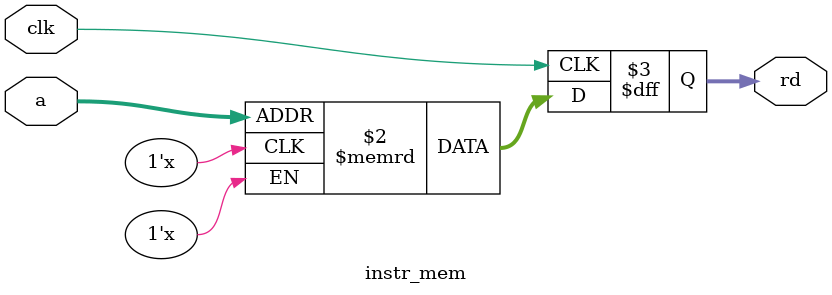
<source format=v>
 /*
    Author: Ninaad Desai
    Description: Simple, behavioral implementation of the L1 Instruction ROM (direct LUT)
 */
module instr_mem #(parameter N = 1024)(
    // input re, //  Read enable
    input clk,
    input [$clog2(N)-1:0] a,
    output [31:0] rd
);
    reg [31:0] instr [0:N-1];
    always @(posedge clk)
    begin
        // if (re)
            rd <= instr[a];
    end
endmodule
</source>
